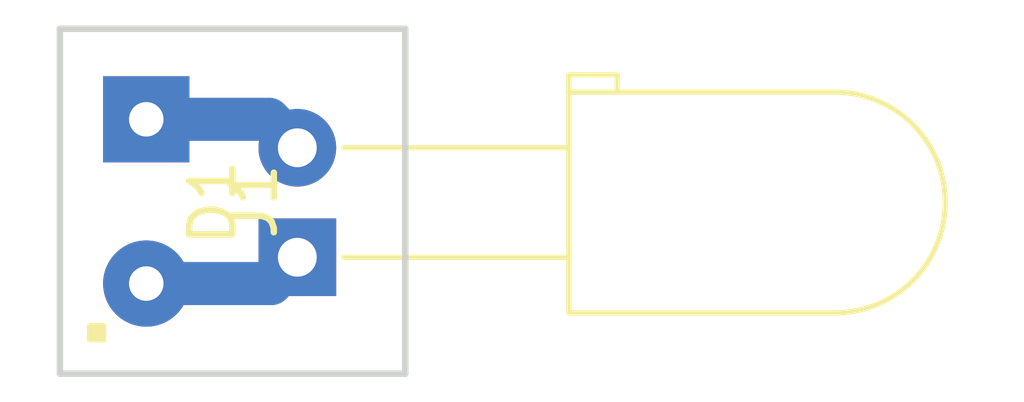
<source format=kicad_pcb>
(kicad_pcb (version 20171130) (host pcbnew 5.0.2-bee76a0~70~ubuntu18.04.1)

  (general
    (thickness 1.6)
    (drawings 5)
    (tracks 4)
    (zones 0)
    (modules 2)
    (nets 3)
  )

  (page A4)
  (layers
    (0 F.Cu signal)
    (31 B.Cu signal)
    (32 B.Adhes user)
    (33 F.Adhes user)
    (34 B.Paste user)
    (35 F.Paste user)
    (36 B.SilkS user)
    (37 F.SilkS user)
    (38 B.Mask user)
    (39 F.Mask user)
    (40 Dwgs.User user)
    (41 Cmts.User user)
    (42 Eco1.User user)
    (43 Eco2.User user)
    (44 Edge.Cuts user)
    (45 Margin user)
    (46 B.CrtYd user)
    (47 F.CrtYd user)
    (48 B.Fab user)
    (49 F.Fab user)
  )

  (setup
    (last_trace_width 1)
    (trace_clearance 0.5)
    (zone_clearance 0.508)
    (zone_45_only no)
    (trace_min 0.2)
    (segment_width 0.2)
    (edge_width 0.15)
    (via_size 0.8)
    (via_drill 0.4)
    (via_min_size 0.4)
    (via_min_drill 0.3)
    (uvia_size 0.3)
    (uvia_drill 0.1)
    (uvias_allowed no)
    (uvia_min_size 0.2)
    (uvia_min_drill 0.1)
    (pcb_text_width 0.3)
    (pcb_text_size 1.5 1.5)
    (mod_edge_width 0.15)
    (mod_text_size 1 1)
    (mod_text_width 0.15)
    (pad_size 1.524 1.524)
    (pad_drill 0.762)
    (pad_to_mask_clearance 0.051)
    (solder_mask_min_width 0.25)
    (aux_axis_origin 0 0)
    (visible_elements FFF9FF7F)
    (pcbplotparams
      (layerselection 0x010fc_ffffffff)
      (usegerberextensions false)
      (usegerberattributes false)
      (usegerberadvancedattributes false)
      (creategerberjobfile false)
      (excludeedgelayer true)
      (linewidth 0.100000)
      (plotframeref false)
      (viasonmask false)
      (mode 1)
      (useauxorigin false)
      (hpglpennumber 1)
      (hpglpenspeed 20)
      (hpglpendiameter 15.000000)
      (psnegative false)
      (psa4output false)
      (plotreference true)
      (plotvalue true)
      (plotinvisibletext false)
      (padsonsilk false)
      (subtractmaskfromsilk false)
      (outputformat 1)
      (mirror false)
      (drillshape 1)
      (scaleselection 1)
      (outputdirectory ""))
  )

  (net 0 "")
  (net 1 "Net-(D1-Pad1)")
  (net 2 "Net-(D1-Pad2)")

  (net_class Default "This is the default net class."
    (clearance 0.5)
    (trace_width 1)
    (via_dia 0.8)
    (via_drill 0.4)
    (uvia_dia 0.3)
    (uvia_drill 0.1)
    (add_net "Net-(D1-Pad1)")
    (add_net "Net-(D1-Pad2)")
  )

  (module LED_THT:LED_D5.0mm_Horizontal_O6.35mm_Z9.0mm (layer F.Cu) (tedit 5880A863) (tstamp 5CC28432)
    (at 133.5 79.3 90)
    (descr "LED, diameter 5.0mm z-position of LED center 3.0mm, 2 pins, diameter 5.0mm z-position of LED center 3.0mm, 2 pins, diameter 5.0mm z-position of LED center 3.0mm, 2 pins, diameter 5.0mm z-position of LED center 9.0mm, 2 pins, diameter 5.0mm z-position of LED center 9.0mm, 2 pins, diameter 5.0mm z-position of LED center 9.0mm, 2 pins")
    (tags "LED diameter 5.0mm z-position of LED center 3.0mm 2 pins diameter 5.0mm z-position of LED center 3.0mm 2 pins diameter 5.0mm z-position of LED center 3.0mm 2 pins diameter 5.0mm z-position of LED center 9.0mm 2 pins diameter 5.0mm z-position of LED center 9.0mm 2 pins diameter 5.0mm z-position of LED center 9.0mm 2 pins")
    (path /5CC072E3)
    (fp_text reference D1 (at 1.27 -1.96 90) (layer F.SilkS)
      (effects (font (size 1 1) (thickness 0.15)))
    )
    (fp_text value LED (at 1.27 16.01 90) (layer F.Fab)
      (effects (font (size 1 1) (thickness 0.15)))
    )
    (fp_arc (start 1.27 12.45) (end -1.23 12.45) (angle -180) (layer F.Fab) (width 0.1))
    (fp_arc (start 1.27 12.45) (end -1.29 12.45) (angle -180) (layer F.SilkS) (width 0.12))
    (fp_line (start -1.23 6.35) (end -1.23 12.45) (layer F.Fab) (width 0.1))
    (fp_line (start 3.77 6.35) (end 3.77 12.45) (layer F.Fab) (width 0.1))
    (fp_line (start -1.23 6.35) (end 3.77 6.35) (layer F.Fab) (width 0.1))
    (fp_line (start 4.17 6.35) (end 4.17 7.35) (layer F.Fab) (width 0.1))
    (fp_line (start 4.17 7.35) (end 3.77 7.35) (layer F.Fab) (width 0.1))
    (fp_line (start 3.77 7.35) (end 3.77 6.35) (layer F.Fab) (width 0.1))
    (fp_line (start 3.77 6.35) (end 4.17 6.35) (layer F.Fab) (width 0.1))
    (fp_line (start 0 0) (end 0 6.35) (layer F.Fab) (width 0.1))
    (fp_line (start 0 6.35) (end 0 6.35) (layer F.Fab) (width 0.1))
    (fp_line (start 0 6.35) (end 0 0) (layer F.Fab) (width 0.1))
    (fp_line (start 0 0) (end 0 0) (layer F.Fab) (width 0.1))
    (fp_line (start 2.54 0) (end 2.54 6.35) (layer F.Fab) (width 0.1))
    (fp_line (start 2.54 6.35) (end 2.54 6.35) (layer F.Fab) (width 0.1))
    (fp_line (start 2.54 6.35) (end 2.54 0) (layer F.Fab) (width 0.1))
    (fp_line (start 2.54 0) (end 2.54 0) (layer F.Fab) (width 0.1))
    (fp_line (start -1.29 6.29) (end -1.29 12.45) (layer F.SilkS) (width 0.12))
    (fp_line (start 3.83 6.29) (end 3.83 12.45) (layer F.SilkS) (width 0.12))
    (fp_line (start -1.29 6.29) (end 3.83 6.29) (layer F.SilkS) (width 0.12))
    (fp_line (start 4.23 6.29) (end 4.23 7.41) (layer F.SilkS) (width 0.12))
    (fp_line (start 4.23 7.41) (end 3.83 7.41) (layer F.SilkS) (width 0.12))
    (fp_line (start 3.83 7.41) (end 3.83 6.29) (layer F.SilkS) (width 0.12))
    (fp_line (start 3.83 6.29) (end 4.23 6.29) (layer F.SilkS) (width 0.12))
    (fp_line (start 0 1.08) (end 0 6.29) (layer F.SilkS) (width 0.12))
    (fp_line (start 0 6.29) (end 0 6.29) (layer F.SilkS) (width 0.12))
    (fp_line (start 0 6.29) (end 0 1.08) (layer F.SilkS) (width 0.12))
    (fp_line (start 0 1.08) (end 0 1.08) (layer F.SilkS) (width 0.12))
    (fp_line (start 2.54 1.08) (end 2.54 6.29) (layer F.SilkS) (width 0.12))
    (fp_line (start 2.54 6.29) (end 2.54 6.29) (layer F.SilkS) (width 0.12))
    (fp_line (start 2.54 6.29) (end 2.54 1.08) (layer F.SilkS) (width 0.12))
    (fp_line (start 2.54 1.08) (end 2.54 1.08) (layer F.SilkS) (width 0.12))
    (fp_line (start -1.95 -1.25) (end -1.95 15.3) (layer F.CrtYd) (width 0.05))
    (fp_line (start -1.95 15.3) (end 4.5 15.3) (layer F.CrtYd) (width 0.05))
    (fp_line (start 4.5 15.3) (end 4.5 -1.25) (layer F.CrtYd) (width 0.05))
    (fp_line (start 4.5 -1.25) (end -1.95 -1.25) (layer F.CrtYd) (width 0.05))
    (pad 1 thru_hole rect (at 0 0 90) (size 1.8 1.8) (drill 0.9) (layers *.Cu *.Mask)
      (net 1 "Net-(D1-Pad1)"))
    (pad 2 thru_hole circle (at 2.54 0 90) (size 1.8 1.8) (drill 0.9) (layers *.Cu *.Mask)
      (net 2 "Net-(D1-Pad2)"))
    (model ${KISYS3DMOD}/LED_THT.3dshapes/LED_D5.0mm_Horizontal_O6.35mm_Z9.0mm.wrl
      (at (xyz 0 0 0))
      (scale (xyz 1 1 1))
      (rotate (xyz 0 0 0))
    )
  )

  (module Connector_Wire:SolderWirePad_1x02_P3.81mm_Drill0.8mm (layer F.Cu) (tedit 5AEE54BF) (tstamp 5CC28484)
    (at 130 76.1 270)
    (descr "Wire solder connection")
    (tags connector)
    (path /5CC2835A)
    (attr virtual)
    (fp_text reference J1 (at 1.905 -2.5 270) (layer F.SilkS)
      (effects (font (size 1 1) (thickness 0.15)))
    )
    (fp_text value Conn_01x02 (at 1.905 2.54 270) (layer F.Fab)
      (effects (font (size 1 1) (thickness 0.15)))
    )
    (fp_text user %R (at 1.905 0 270) (layer F.Fab)
      (effects (font (size 1 1) (thickness 0.15)))
    )
    (fp_line (start -1.49 -1.5) (end 5.31 -1.5) (layer F.CrtYd) (width 0.05))
    (fp_line (start -1.49 -1.5) (end -1.49 1.5) (layer F.CrtYd) (width 0.05))
    (fp_line (start 5.31 1.5) (end 5.31 -1.5) (layer F.CrtYd) (width 0.05))
    (fp_line (start 5.31 1.5) (end -1.49 1.5) (layer F.CrtYd) (width 0.05))
    (pad 1 thru_hole rect (at 0 0 270) (size 1.99898 1.99898) (drill 0.8001) (layers *.Cu *.Mask)
      (net 2 "Net-(D1-Pad2)"))
    (pad 2 thru_hole circle (at 3.81 0 270) (size 1.99898 1.99898) (drill 0.8001) (layers *.Cu *.Mask)
      (net 1 "Net-(D1-Pad1)"))
  )

  (gr_poly (pts (xy 128.7 80.9) (xy 129 80.9) (xy 129 81.2) (xy 128.7 81.2)) (layer F.SilkS) (width 0.15))
  (gr_line (start 136 74) (end 128 74) (layer Edge.Cuts) (width 0.15))
  (gr_line (start 136 82) (end 136 74) (layer Edge.Cuts) (width 0.15))
  (gr_line (start 128 82) (end 136 82) (layer Edge.Cuts) (width 0.15))
  (gr_line (start 128 74) (end 128 82) (layer Edge.Cuts) (width 0.15))

  (segment (start 132.89 79.91) (end 133.5 79.3) (width 1) (layer B.Cu) (net 1))
  (segment (start 130 79.91) (end 132.89 79.91) (width 1) (layer B.Cu) (net 1))
  (segment (start 132.84 76.1) (end 133.5 76.76) (width 1) (layer B.Cu) (net 2))
  (segment (start 130 76.1) (end 132.84 76.1) (width 1) (layer B.Cu) (net 2))

)

</source>
